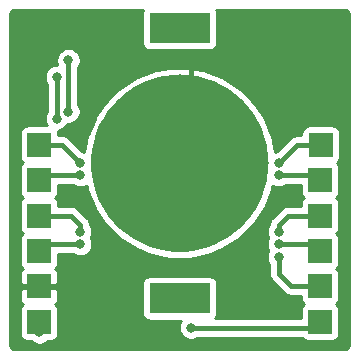
<source format=gbr>
G04 #@! TF.GenerationSoftware,KiCad,Pcbnew,5.1.4*
G04 #@! TF.CreationDate,2019-09-27T00:42:17+02:00*
G04 #@! TF.ProjectId,kroneum,6b726f6e-6575-46d2-9e6b-696361645f70,rev?*
G04 #@! TF.SameCoordinates,PX9527980PY7539c40*
G04 #@! TF.FileFunction,Copper,L2,Bot*
G04 #@! TF.FilePolarity,Positive*
%FSLAX46Y46*%
G04 Gerber Fmt 4.6, Leading zero omitted, Abs format (unit mm)*
G04 Created by KiCad (PCBNEW 5.1.4) date 2019-09-27 00:42:17*
%MOMM*%
%LPD*%
G04 APERTURE LIST*
G04 #@! TA.AperFunction,SMDPad,CuDef*
%ADD10R,2.000000X2.000000*%
G04 #@! TD*
G04 #@! TA.AperFunction,SMDPad,CuDef*
%ADD11R,5.100000X2.500000*%
G04 #@! TD*
G04 #@! TA.AperFunction,SMDPad,CuDef*
%ADD12C,15.000000*%
G04 #@! TD*
G04 #@! TA.AperFunction,Conductor*
%ADD13C,0.020000*%
G04 #@! TD*
G04 #@! TA.AperFunction,ViaPad*
%ADD14C,0.800000*%
G04 #@! TD*
G04 #@! TA.AperFunction,Conductor*
%ADD15C,0.406400*%
G04 #@! TD*
G04 #@! TA.AperFunction,Conductor*
%ADD16C,0.254000*%
G04 #@! TD*
G04 APERTURE END LIST*
D10*
G04 #@! TO.P,SCK,1*
G04 #@! TO.N,SCK*
X-3044000Y17920000D03*
G04 #@! TD*
G04 #@! TO.P,NSS,1*
G04 #@! TO.N,NSS*
X-3100000Y8920000D03*
G04 #@! TD*
G04 #@! TO.P,MOSI,1*
G04 #@! TO.N,MOSI*
X-3100000Y11920000D03*
G04 #@! TD*
G04 #@! TO.P,MISO,1*
G04 #@! TO.N,MISO*
X-3100000Y14920000D03*
G04 #@! TD*
G04 #@! TO.P,ADC3,1*
G04 #@! TO.N,ADC3*
X-3100000Y5920000D03*
G04 #@! TD*
G04 #@! TO.P,ADC1,1*
G04 #@! TO.N,ADC1*
X-3100000Y2920000D03*
G04 #@! TD*
G04 #@! TO.P,VDD,1*
G04 #@! TO.N,VDD*
X-26900000Y2920000D03*
G04 #@! TD*
G04 #@! TO.P,GND,1*
G04 #@! TO.N,GND*
X-26900000Y5920000D03*
G04 #@! TD*
G04 #@! TO.P,SWDIO,1*
G04 #@! TO.N,SWDIO*
X-26900000Y14920000D03*
G04 #@! TD*
G04 #@! TO.P,SWCLK,1*
G04 #@! TO.N,SWCLK*
X-26900000Y17920000D03*
G04 #@! TD*
G04 #@! TO.P,SCL,1*
G04 #@! TO.N,SCL*
X-26900000Y8920000D03*
G04 #@! TD*
G04 #@! TO.P,SDA,1*
G04 #@! TO.N,SDA*
X-26900000Y11920000D03*
G04 #@! TD*
D11*
G04 #@! TO.P,BT1,1*
G04 #@! TO.N,N/C*
X-15000000Y4900000D03*
G04 #@! TO.N,Net-(BT1-Pad1)*
X-15000000Y27800000D03*
D12*
G04 #@! TO.P,BT1,2*
G04 #@! TO.N,GND*
X-15000000Y16350000D03*
D13*
G04 #@! TD*
G04 #@! TO.N,GND*
G04 #@! TO.C,BT1*
G36*
X-22418824Y17450479D02*
G01*
X-22275234Y18172351D01*
X-22061580Y18876674D01*
X-21779920Y19556663D01*
X-21432965Y20205771D01*
X-21024056Y20817745D01*
X-20557133Y21386692D01*
X-20036692Y21907133D01*
X-19467745Y22374056D01*
X-18855771Y22782965D01*
X-18206663Y23129920D01*
X-17526674Y23411580D01*
X-16822351Y23625234D01*
X-16100479Y23768824D01*
X-15368008Y23840966D01*
X-14631992Y23840966D01*
X-13899521Y23768824D01*
X-13177649Y23625234D01*
X-12473326Y23411580D01*
X-11793337Y23129920D01*
X-11144229Y22782965D01*
X-10532255Y22374056D01*
X-9963308Y21907133D01*
X-9442867Y21386692D01*
X-8975944Y20817745D01*
X-8567035Y20205771D01*
X-8220080Y19556663D01*
X-7938420Y18876674D01*
X-7724766Y18172351D01*
X-7581176Y17450479D01*
X-7509034Y16718008D01*
X-7509034Y15981992D01*
X-7581176Y15249521D01*
X-7724766Y14527649D01*
X-7938420Y13823326D01*
X-8220080Y13143337D01*
X-8567035Y12494229D01*
X-8975944Y11882255D01*
X-9442867Y11313308D01*
X-9963308Y10792867D01*
X-10532255Y10325944D01*
X-11144229Y9917035D01*
X-11793337Y9570080D01*
X-12473326Y9288420D01*
X-13177649Y9074766D01*
X-13899521Y8931176D01*
X-14631992Y8859034D01*
X-15368008Y8859034D01*
X-16100479Y8931176D01*
X-16822351Y9074766D01*
X-17526674Y9288420D01*
X-18206663Y9570080D01*
X-18855771Y9917035D01*
X-19467745Y10325944D01*
X-20036692Y10792867D01*
X-20557133Y11313308D01*
X-21024056Y11882255D01*
X-21432965Y12494229D01*
X-21779920Y13143337D01*
X-22061580Y13823326D01*
X-22275234Y14527649D01*
X-22418824Y15249521D01*
X-22490966Y15981992D01*
X-22490966Y16718008D01*
X-22418824Y17450479D01*
X-22418824Y17450479D01*
G37*
D14*
G04 #@! TO.N,GND*
X-28900000Y7770000D03*
X-14015000Y25255000D03*
G04 #@! TO.N,VDD*
X-26860000Y2020000D03*
G04 #@! TO.N,USB_D-*
X-24400000Y25080000D03*
X-24400000Y20710000D03*
G04 #@! TO.N,USB_D+*
X-25400000Y23660000D03*
X-25400000Y20130000D03*
G04 #@! TO.N,Net-(BT1-Pad1)*
X-15640000Y27410000D03*
G04 #@! TO.N,SWDIO*
X-23400000Y15320000D03*
G04 #@! TO.N,SWCLK*
X-23400000Y16350000D03*
G04 #@! TO.N,SDA*
X-23400000Y10560000D03*
G04 #@! TO.N,SCL*
X-23400000Y9490000D03*
G04 #@! TO.N,ADC1*
X-14025000Y2420000D03*
G04 #@! TO.N,ADC3*
X-6600000Y8420000D03*
G04 #@! TO.N,MISO*
X-6600000Y15320000D03*
G04 #@! TO.N,MOSI*
X-6600000Y10560000D03*
G04 #@! TO.N,NSS*
X-6600000Y9490000D03*
G04 #@! TO.N,SCK*
X-6600000Y16350000D03*
G04 #@! TD*
D15*
G04 #@! TO.N,GND*
X-12318085Y12357400D02*
X-11752400Y12357400D01*
X-12641400Y12357400D02*
X-12318085Y12357400D01*
X-12368881Y10757200D02*
X-11803196Y10757200D01*
X-12539800Y10757200D02*
X-12368881Y10757200D01*
X-14015000Y17335000D02*
X-15000000Y16350000D01*
X-14015000Y25255000D02*
X-14015000Y17335000D01*
G04 #@! TO.N,USB_D-*
X-24400000Y20750000D02*
X-24360000Y20710000D01*
X-24400000Y25080000D02*
X-24400000Y20750000D01*
G04 #@! TO.N,USB_D+*
X-25400000Y23660000D02*
X-25400000Y20210000D01*
X-25400000Y20210000D02*
X-25320000Y20130000D01*
G04 #@! TO.N,SWDIO*
X-26500000Y15320000D02*
X-26900000Y14920000D01*
X-23400000Y15320000D02*
X-26500000Y15320000D01*
G04 #@! TO.N,SWCLK*
X-24970000Y17920000D02*
X-26900000Y17920000D01*
X-23400000Y16350000D02*
X-24970000Y17920000D01*
G04 #@! TO.N,SDA*
X-25493600Y11920000D02*
X-26900000Y11920000D01*
X-24194315Y11920000D02*
X-25493600Y11920000D01*
X-23400000Y11125685D02*
X-24194315Y11920000D01*
X-23400000Y10560000D02*
X-23400000Y11125685D01*
G04 #@! TO.N,SCL*
X-26330000Y9490000D02*
X-26900000Y8920000D01*
X-23400000Y9490000D02*
X-26330000Y9490000D01*
G04 #@! TO.N,ADC1*
X-3600000Y2420000D02*
X-3100000Y2920000D01*
X-13990000Y2420000D02*
X-3600000Y2420000D01*
G04 #@! TO.N,ADC3*
X-6600000Y7000000D02*
X-6600000Y8420000D01*
X-3100000Y5920000D02*
X-5520000Y5920000D01*
X-5520000Y5920000D02*
X-6600000Y7000000D01*
G04 #@! TO.N,MISO*
X-3500000Y15320000D02*
X-3100000Y14920000D01*
X-6600000Y15320000D02*
X-3500000Y15320000D01*
G04 #@! TO.N,MOSI*
X-6600000Y11120000D02*
X-6600000Y10560000D01*
X-3100000Y11920000D02*
X-5800000Y11920000D01*
X-5800000Y11920000D02*
X-6600000Y11120000D01*
G04 #@! TO.N,NSS*
X-3670000Y9490000D02*
X-3100000Y8920000D01*
X-6600000Y9490000D02*
X-3670000Y9490000D01*
G04 #@! TO.N,SCK*
X-6600000Y16350000D02*
X-5030000Y17920000D01*
X-5030000Y17920000D02*
X-3044000Y17920000D01*
G04 #@! TD*
D16*
G04 #@! TO.N,GND*
G36*
X-18132075Y29291103D02*
G01*
X-18167927Y29172913D01*
X-18180033Y29050000D01*
X-18180033Y26550000D01*
X-18167927Y26427087D01*
X-18132075Y26308897D01*
X-18073853Y26199972D01*
X-17995501Y26104499D01*
X-17900028Y26026147D01*
X-17791103Y25967925D01*
X-17672913Y25932073D01*
X-17550000Y25919967D01*
X-12450000Y25919967D01*
X-12327087Y25932073D01*
X-12208897Y25967925D01*
X-12099972Y26026147D01*
X-12004499Y26104499D01*
X-11926147Y26199972D01*
X-11867925Y26308897D01*
X-11832073Y26427087D01*
X-11819967Y26550000D01*
X-11819967Y29050000D01*
X-11832073Y29172913D01*
X-11867925Y29291103D01*
X-11882302Y29318000D01*
X-1031887Y29318000D01*
X-933012Y29308305D01*
X-868581Y29288852D01*
X-809150Y29257252D01*
X-756989Y29214711D01*
X-714087Y29162851D01*
X-682075Y29103645D01*
X-662170Y29039344D01*
X-652000Y28942583D01*
X-651999Y1001896D01*
X-661695Y903014D01*
X-681148Y838580D01*
X-712748Y779150D01*
X-755287Y726991D01*
X-807151Y684085D01*
X-866352Y652076D01*
X-930656Y632170D01*
X-1027417Y622000D01*
X-28968114Y622000D01*
X-29066986Y631695D01*
X-29131420Y651148D01*
X-29190850Y682748D01*
X-29243009Y725287D01*
X-29285915Y777151D01*
X-29317924Y836352D01*
X-29337830Y900656D01*
X-29348000Y997417D01*
X-29348000Y4920000D01*
X-28538072Y4920000D01*
X-28525812Y4795518D01*
X-28489502Y4675820D01*
X-28430537Y4565506D01*
X-28351185Y4468815D01*
X-28285398Y4414826D01*
X-28345501Y4365501D01*
X-28423853Y4270028D01*
X-28482075Y4161103D01*
X-28517927Y4042913D01*
X-28530033Y3920000D01*
X-28530033Y1920000D01*
X-28517927Y1797087D01*
X-28482075Y1678897D01*
X-28423853Y1569972D01*
X-28345501Y1474499D01*
X-28250028Y1396147D01*
X-28141103Y1337925D01*
X-28022913Y1302073D01*
X-27900000Y1289967D01*
X-27582364Y1289967D01*
X-27514674Y1222277D01*
X-27346467Y1109885D01*
X-27159565Y1032467D01*
X-26961151Y993000D01*
X-26758849Y993000D01*
X-26560435Y1032467D01*
X-26373533Y1109885D01*
X-26205326Y1222277D01*
X-26137636Y1289967D01*
X-25900000Y1289967D01*
X-25777087Y1302073D01*
X-25658897Y1337925D01*
X-25549972Y1396147D01*
X-25454499Y1474499D01*
X-25376147Y1569972D01*
X-25317925Y1678897D01*
X-25282073Y1797087D01*
X-25269967Y1920000D01*
X-25269967Y3920000D01*
X-25282073Y4042913D01*
X-25317925Y4161103D01*
X-25376147Y4270028D01*
X-25454499Y4365501D01*
X-25514602Y4414826D01*
X-25448815Y4468815D01*
X-25369463Y4565506D01*
X-25310498Y4675820D01*
X-25274188Y4795518D01*
X-25261928Y4920000D01*
X-25265000Y5634250D01*
X-25423750Y5793000D01*
X-26773000Y5793000D01*
X-26773000Y5773000D01*
X-27027000Y5773000D01*
X-27027000Y5793000D01*
X-28376250Y5793000D01*
X-28535000Y5634250D01*
X-28538072Y4920000D01*
X-29348000Y4920000D01*
X-29348000Y6920000D01*
X-28538072Y6920000D01*
X-28535000Y6205750D01*
X-28376250Y6047000D01*
X-27027000Y6047000D01*
X-27027000Y6067000D01*
X-26773000Y6067000D01*
X-26773000Y6047000D01*
X-25423750Y6047000D01*
X-25265000Y6205750D01*
X-25261928Y6920000D01*
X-25274188Y7044482D01*
X-25310498Y7164180D01*
X-25369463Y7274494D01*
X-25448815Y7371185D01*
X-25514602Y7425174D01*
X-25454499Y7474499D01*
X-25376147Y7569972D01*
X-25317925Y7678897D01*
X-25282073Y7797087D01*
X-25269967Y7920000D01*
X-25269967Y8659800D01*
X-24006069Y8659800D01*
X-23886467Y8579885D01*
X-23699565Y8502467D01*
X-23501151Y8463000D01*
X-23298849Y8463000D01*
X-23100435Y8502467D01*
X-22913533Y8579885D01*
X-22745326Y8692277D01*
X-22602277Y8835326D01*
X-22489885Y9003533D01*
X-22412467Y9190435D01*
X-22373000Y9388849D01*
X-22373000Y9591151D01*
X-22412467Y9789565D01*
X-22489885Y9976467D01*
X-22522314Y10025000D01*
X-22489885Y10073533D01*
X-22412467Y10260435D01*
X-22373000Y10458849D01*
X-22373000Y10661151D01*
X-22412467Y10859565D01*
X-22489885Y11046467D01*
X-22569755Y11166001D01*
X-22574549Y11214674D01*
X-22581813Y11288432D01*
X-22629285Y11444926D01*
X-22642749Y11470115D01*
X-22706375Y11589152D01*
X-22784127Y11683893D01*
X-22784130Y11683896D01*
X-22810120Y11715565D01*
X-22841789Y11741555D01*
X-23578441Y12478206D01*
X-23604435Y12509880D01*
X-23730849Y12613625D01*
X-23875074Y12690715D01*
X-24031568Y12738187D01*
X-24153539Y12750200D01*
X-24153542Y12750200D01*
X-24194315Y12754216D01*
X-24235088Y12750200D01*
X-25269967Y12750200D01*
X-25269967Y12920000D01*
X-25282073Y13042913D01*
X-25317925Y13161103D01*
X-25376147Y13270028D01*
X-25454499Y13365501D01*
X-25520907Y13420000D01*
X-25454499Y13474499D01*
X-25376147Y13569972D01*
X-25317925Y13678897D01*
X-25282073Y13797087D01*
X-25269967Y13920000D01*
X-25269967Y14489800D01*
X-24006069Y14489800D01*
X-23886467Y14409885D01*
X-23699565Y14332467D01*
X-23501151Y14293000D01*
X-23298849Y14293000D01*
X-23100435Y14332467D01*
X-22913533Y14409885D01*
X-22872085Y14437580D01*
X-22794981Y14049952D01*
X-22759128Y13931761D01*
X-22196484Y12573420D01*
X-22138263Y12464496D01*
X-21321432Y11242022D01*
X-21243079Y11146549D01*
X-20203451Y10106921D01*
X-20107978Y10028568D01*
X-18885504Y9211737D01*
X-18776580Y9153516D01*
X-17418239Y8590872D01*
X-17300048Y8555019D01*
X-15858042Y8268187D01*
X-15735129Y8256081D01*
X-14264871Y8256081D01*
X-14141958Y8268187D01*
X-12699952Y8555019D01*
X-12581761Y8590872D01*
X-11223420Y9153516D01*
X-11114496Y9211737D01*
X-9892022Y10028568D01*
X-9796549Y10106921D01*
X-8756921Y11146549D01*
X-8678568Y11242022D01*
X-7861737Y12464496D01*
X-7803516Y12573420D01*
X-7240872Y13931761D01*
X-7205019Y14049952D01*
X-7127915Y14437580D01*
X-7086467Y14409885D01*
X-6899565Y14332467D01*
X-6701151Y14293000D01*
X-6498849Y14293000D01*
X-6300435Y14332467D01*
X-6113533Y14409885D01*
X-5993931Y14489800D01*
X-4730033Y14489800D01*
X-4730033Y13920000D01*
X-4717927Y13797087D01*
X-4682075Y13678897D01*
X-4623853Y13569972D01*
X-4545501Y13474499D01*
X-4479093Y13420000D01*
X-4545501Y13365501D01*
X-4623853Y13270028D01*
X-4682075Y13161103D01*
X-4717927Y13042913D01*
X-4730033Y12920000D01*
X-4730033Y12750200D01*
X-5759227Y12750200D01*
X-5800000Y12754216D01*
X-5840773Y12750200D01*
X-5840776Y12750200D01*
X-5962747Y12738187D01*
X-6119241Y12690715D01*
X-6263466Y12613625D01*
X-6389880Y12509880D01*
X-6415875Y12478205D01*
X-7158205Y11735875D01*
X-7189880Y11709880D01*
X-7215873Y11678207D01*
X-7293625Y11583466D01*
X-7312831Y11547533D01*
X-7370715Y11439240D01*
X-7418187Y11282746D01*
X-7424891Y11214674D01*
X-7429588Y11166984D01*
X-7510115Y11046467D01*
X-7587533Y10859565D01*
X-7627000Y10661151D01*
X-7627000Y10458849D01*
X-7587533Y10260435D01*
X-7510115Y10073533D01*
X-7477686Y10025000D01*
X-7510115Y9976467D01*
X-7587533Y9789565D01*
X-7627000Y9591151D01*
X-7627000Y9388849D01*
X-7587533Y9190435D01*
X-7510115Y9003533D01*
X-7477686Y8955000D01*
X-7510115Y8906467D01*
X-7587533Y8719565D01*
X-7627000Y8521151D01*
X-7627000Y8318849D01*
X-7587533Y8120435D01*
X-7510115Y7933533D01*
X-7430199Y7813931D01*
X-7430200Y7040773D01*
X-7434216Y7000000D01*
X-7430200Y6959227D01*
X-7430200Y6959225D01*
X-7418187Y6837254D01*
X-7391779Y6750200D01*
X-7370715Y6680760D01*
X-7293625Y6536534D01*
X-7263665Y6500028D01*
X-7189880Y6410120D01*
X-7158205Y6384125D01*
X-6135875Y5361795D01*
X-6109880Y5330120D01*
X-6078207Y5304127D01*
X-5983466Y5226375D01*
X-5839241Y5149285D01*
X-5682747Y5101813D01*
X-5520000Y5085784D01*
X-5479224Y5089800D01*
X-4730033Y5089800D01*
X-4730033Y4920000D01*
X-4717927Y4797087D01*
X-4682075Y4678897D01*
X-4623853Y4569972D01*
X-4545501Y4474499D01*
X-4479093Y4420000D01*
X-4545501Y4365501D01*
X-4623853Y4270028D01*
X-4682075Y4161103D01*
X-4717927Y4042913D01*
X-4730033Y3920000D01*
X-4730033Y3250200D01*
X-11966993Y3250200D01*
X-11926147Y3299972D01*
X-11867925Y3408897D01*
X-11832073Y3527087D01*
X-11819967Y3650000D01*
X-11819967Y6150000D01*
X-11832073Y6272913D01*
X-11867925Y6391103D01*
X-11926147Y6500028D01*
X-12004499Y6595501D01*
X-12099972Y6673853D01*
X-12208897Y6732075D01*
X-12327087Y6767927D01*
X-12450000Y6780033D01*
X-17550000Y6780033D01*
X-17672913Y6767927D01*
X-17791103Y6732075D01*
X-17900028Y6673853D01*
X-17995501Y6595501D01*
X-18073853Y6500028D01*
X-18132075Y6391103D01*
X-18167927Y6272913D01*
X-18180033Y6150000D01*
X-18180033Y3650000D01*
X-18167927Y3527087D01*
X-18132075Y3408897D01*
X-18073853Y3299972D01*
X-17995501Y3204499D01*
X-17900028Y3126147D01*
X-17791103Y3067925D01*
X-17672913Y3032073D01*
X-17550000Y3019967D01*
X-14859277Y3019967D01*
X-14935115Y2906467D01*
X-15012533Y2719565D01*
X-15052000Y2521151D01*
X-15052000Y2318849D01*
X-15012533Y2120435D01*
X-14935115Y1933533D01*
X-14822723Y1765326D01*
X-14679674Y1622277D01*
X-14511467Y1509885D01*
X-14324565Y1432467D01*
X-14126151Y1393000D01*
X-13923849Y1393000D01*
X-13725435Y1432467D01*
X-13538533Y1509885D01*
X-13418931Y1589800D01*
X-4634451Y1589800D01*
X-4623853Y1569972D01*
X-4545501Y1474499D01*
X-4450028Y1396147D01*
X-4341103Y1337925D01*
X-4222913Y1302073D01*
X-4100000Y1289967D01*
X-2100000Y1289967D01*
X-1977087Y1302073D01*
X-1858897Y1337925D01*
X-1749972Y1396147D01*
X-1654499Y1474499D01*
X-1576147Y1569972D01*
X-1517925Y1678897D01*
X-1482073Y1797087D01*
X-1469967Y1920000D01*
X-1469967Y3920000D01*
X-1482073Y4042913D01*
X-1517925Y4161103D01*
X-1576147Y4270028D01*
X-1654499Y4365501D01*
X-1720907Y4420000D01*
X-1654499Y4474499D01*
X-1576147Y4569972D01*
X-1517925Y4678897D01*
X-1482073Y4797087D01*
X-1469967Y4920000D01*
X-1469967Y6920000D01*
X-1482073Y7042913D01*
X-1517925Y7161103D01*
X-1576147Y7270028D01*
X-1654499Y7365501D01*
X-1720907Y7420000D01*
X-1654499Y7474499D01*
X-1576147Y7569972D01*
X-1517925Y7678897D01*
X-1482073Y7797087D01*
X-1469967Y7920000D01*
X-1469967Y9920000D01*
X-1482073Y10042913D01*
X-1517925Y10161103D01*
X-1576147Y10270028D01*
X-1654499Y10365501D01*
X-1720907Y10420000D01*
X-1654499Y10474499D01*
X-1576147Y10569972D01*
X-1517925Y10678897D01*
X-1482073Y10797087D01*
X-1469967Y10920000D01*
X-1469967Y12920000D01*
X-1482073Y13042913D01*
X-1517925Y13161103D01*
X-1576147Y13270028D01*
X-1654499Y13365501D01*
X-1720907Y13420000D01*
X-1654499Y13474499D01*
X-1576147Y13569972D01*
X-1517925Y13678897D01*
X-1482073Y13797087D01*
X-1469967Y13920000D01*
X-1469967Y15920000D01*
X-1482073Y16042913D01*
X-1517925Y16161103D01*
X-1576147Y16270028D01*
X-1654499Y16365501D01*
X-1692907Y16397021D01*
X-1598499Y16474499D01*
X-1520147Y16569972D01*
X-1461925Y16678897D01*
X-1426073Y16797087D01*
X-1413967Y16920000D01*
X-1413967Y18920000D01*
X-1426073Y19042913D01*
X-1461925Y19161103D01*
X-1520147Y19270028D01*
X-1598499Y19365501D01*
X-1693972Y19443853D01*
X-1802897Y19502075D01*
X-1921087Y19537927D01*
X-2044000Y19550033D01*
X-4044000Y19550033D01*
X-4166913Y19537927D01*
X-4285103Y19502075D01*
X-4394028Y19443853D01*
X-4489501Y19365501D01*
X-4567853Y19270028D01*
X-4626075Y19161103D01*
X-4661927Y19042913D01*
X-4674033Y18920000D01*
X-4674033Y18750200D01*
X-4989228Y18750200D01*
X-5030001Y18754216D01*
X-5070774Y18750200D01*
X-5070776Y18750200D01*
X-5192747Y18738187D01*
X-5349241Y18690715D01*
X-5493466Y18613625D01*
X-5619880Y18509880D01*
X-5645875Y18478205D01*
X-6758484Y17365596D01*
X-6899565Y17337533D01*
X-6940566Y17320550D01*
X-7205019Y18650048D01*
X-7240872Y18768239D01*
X-7803516Y20126580D01*
X-7861737Y20235504D01*
X-8678568Y21457978D01*
X-8756921Y21553451D01*
X-9796549Y22593079D01*
X-9892022Y22671432D01*
X-11114496Y23488263D01*
X-11223420Y23546484D01*
X-12581761Y24109128D01*
X-12699952Y24144981D01*
X-14141958Y24431813D01*
X-14264871Y24443919D01*
X-15735129Y24443919D01*
X-15858042Y24431813D01*
X-17300048Y24144981D01*
X-17418239Y24109128D01*
X-18776580Y23546484D01*
X-18885504Y23488263D01*
X-20107978Y22671432D01*
X-20203451Y22593079D01*
X-21243079Y21553451D01*
X-21321432Y21457978D01*
X-22138263Y20235504D01*
X-22196484Y20126580D01*
X-22759128Y18768239D01*
X-22794981Y18650048D01*
X-23059434Y17320550D01*
X-23100435Y17337533D01*
X-23241516Y17365596D01*
X-24354125Y18478205D01*
X-24380120Y18509880D01*
X-24506534Y18613625D01*
X-24650759Y18690715D01*
X-24807253Y18738187D01*
X-24929224Y18750200D01*
X-24929227Y18750200D01*
X-24970000Y18754216D01*
X-25010773Y18750200D01*
X-25269967Y18750200D01*
X-25269967Y18920000D01*
X-25282073Y19042913D01*
X-25300300Y19103000D01*
X-25298849Y19103000D01*
X-25100435Y19142467D01*
X-24913533Y19219885D01*
X-24745326Y19332277D01*
X-24602277Y19475326D01*
X-24489885Y19643533D01*
X-24473537Y19683000D01*
X-24298849Y19683000D01*
X-24100435Y19722467D01*
X-23913533Y19799885D01*
X-23745326Y19912277D01*
X-23602277Y20055326D01*
X-23489885Y20223533D01*
X-23412467Y20410435D01*
X-23373000Y20608849D01*
X-23373000Y20811151D01*
X-23412467Y21009565D01*
X-23489885Y21196467D01*
X-23569800Y21316069D01*
X-23569800Y24473931D01*
X-23489885Y24593533D01*
X-23412467Y24780435D01*
X-23373000Y24978849D01*
X-23373000Y25181151D01*
X-23412467Y25379565D01*
X-23489885Y25566467D01*
X-23602277Y25734674D01*
X-23745326Y25877723D01*
X-23913533Y25990115D01*
X-24100435Y26067533D01*
X-24298849Y26107000D01*
X-24501151Y26107000D01*
X-24699565Y26067533D01*
X-24886467Y25990115D01*
X-25054674Y25877723D01*
X-25197723Y25734674D01*
X-25310115Y25566467D01*
X-25387533Y25379565D01*
X-25427000Y25181151D01*
X-25427000Y24978849D01*
X-25387533Y24780435D01*
X-25348831Y24687000D01*
X-25501151Y24687000D01*
X-25699565Y24647533D01*
X-25886467Y24570115D01*
X-26054674Y24457723D01*
X-26197723Y24314674D01*
X-26310115Y24146467D01*
X-26387533Y23959565D01*
X-26427000Y23761151D01*
X-26427000Y23558849D01*
X-26387533Y23360435D01*
X-26310115Y23173533D01*
X-26230200Y23053931D01*
X-26230199Y20736070D01*
X-26310115Y20616467D01*
X-26387533Y20429565D01*
X-26427000Y20231151D01*
X-26427000Y20028849D01*
X-26387533Y19830435D01*
X-26310115Y19643533D01*
X-26247640Y19550033D01*
X-27900000Y19550033D01*
X-28022913Y19537927D01*
X-28141103Y19502075D01*
X-28250028Y19443853D01*
X-28345501Y19365501D01*
X-28423853Y19270028D01*
X-28482075Y19161103D01*
X-28517927Y19042913D01*
X-28530033Y18920000D01*
X-28530033Y16920000D01*
X-28517927Y16797087D01*
X-28482075Y16678897D01*
X-28423853Y16569972D01*
X-28345501Y16474499D01*
X-28279093Y16420000D01*
X-28345501Y16365501D01*
X-28423853Y16270028D01*
X-28482075Y16161103D01*
X-28517927Y16042913D01*
X-28530033Y15920000D01*
X-28530033Y13920000D01*
X-28517927Y13797087D01*
X-28482075Y13678897D01*
X-28423853Y13569972D01*
X-28345501Y13474499D01*
X-28279093Y13420000D01*
X-28345501Y13365501D01*
X-28423853Y13270028D01*
X-28482075Y13161103D01*
X-28517927Y13042913D01*
X-28530033Y12920000D01*
X-28530033Y10920000D01*
X-28517927Y10797087D01*
X-28482075Y10678897D01*
X-28423853Y10569972D01*
X-28345501Y10474499D01*
X-28279093Y10420000D01*
X-28345501Y10365501D01*
X-28423853Y10270028D01*
X-28482075Y10161103D01*
X-28517927Y10042913D01*
X-28530033Y9920000D01*
X-28530033Y7920000D01*
X-28517927Y7797087D01*
X-28482075Y7678897D01*
X-28423853Y7569972D01*
X-28345501Y7474499D01*
X-28285398Y7425174D01*
X-28351185Y7371185D01*
X-28430537Y7274494D01*
X-28489502Y7164180D01*
X-28525812Y7044482D01*
X-28538072Y6920000D01*
X-29348000Y6920000D01*
X-29348000Y28938113D01*
X-29338305Y29036988D01*
X-29318852Y29101419D01*
X-29287252Y29160850D01*
X-29244711Y29213011D01*
X-29192851Y29255913D01*
X-29133645Y29287925D01*
X-29069344Y29307830D01*
X-28972583Y29318000D01*
X-18117698Y29318000D01*
X-18132075Y29291103D01*
X-18132075Y29291103D01*
G37*
X-18132075Y29291103D02*
X-18167927Y29172913D01*
X-18180033Y29050000D01*
X-18180033Y26550000D01*
X-18167927Y26427087D01*
X-18132075Y26308897D01*
X-18073853Y26199972D01*
X-17995501Y26104499D01*
X-17900028Y26026147D01*
X-17791103Y25967925D01*
X-17672913Y25932073D01*
X-17550000Y25919967D01*
X-12450000Y25919967D01*
X-12327087Y25932073D01*
X-12208897Y25967925D01*
X-12099972Y26026147D01*
X-12004499Y26104499D01*
X-11926147Y26199972D01*
X-11867925Y26308897D01*
X-11832073Y26427087D01*
X-11819967Y26550000D01*
X-11819967Y29050000D01*
X-11832073Y29172913D01*
X-11867925Y29291103D01*
X-11882302Y29318000D01*
X-1031887Y29318000D01*
X-933012Y29308305D01*
X-868581Y29288852D01*
X-809150Y29257252D01*
X-756989Y29214711D01*
X-714087Y29162851D01*
X-682075Y29103645D01*
X-662170Y29039344D01*
X-652000Y28942583D01*
X-651999Y1001896D01*
X-661695Y903014D01*
X-681148Y838580D01*
X-712748Y779150D01*
X-755287Y726991D01*
X-807151Y684085D01*
X-866352Y652076D01*
X-930656Y632170D01*
X-1027417Y622000D01*
X-28968114Y622000D01*
X-29066986Y631695D01*
X-29131420Y651148D01*
X-29190850Y682748D01*
X-29243009Y725287D01*
X-29285915Y777151D01*
X-29317924Y836352D01*
X-29337830Y900656D01*
X-29348000Y997417D01*
X-29348000Y4920000D01*
X-28538072Y4920000D01*
X-28525812Y4795518D01*
X-28489502Y4675820D01*
X-28430537Y4565506D01*
X-28351185Y4468815D01*
X-28285398Y4414826D01*
X-28345501Y4365501D01*
X-28423853Y4270028D01*
X-28482075Y4161103D01*
X-28517927Y4042913D01*
X-28530033Y3920000D01*
X-28530033Y1920000D01*
X-28517927Y1797087D01*
X-28482075Y1678897D01*
X-28423853Y1569972D01*
X-28345501Y1474499D01*
X-28250028Y1396147D01*
X-28141103Y1337925D01*
X-28022913Y1302073D01*
X-27900000Y1289967D01*
X-27582364Y1289967D01*
X-27514674Y1222277D01*
X-27346467Y1109885D01*
X-27159565Y1032467D01*
X-26961151Y993000D01*
X-26758849Y993000D01*
X-26560435Y1032467D01*
X-26373533Y1109885D01*
X-26205326Y1222277D01*
X-26137636Y1289967D01*
X-25900000Y1289967D01*
X-25777087Y1302073D01*
X-25658897Y1337925D01*
X-25549972Y1396147D01*
X-25454499Y1474499D01*
X-25376147Y1569972D01*
X-25317925Y1678897D01*
X-25282073Y1797087D01*
X-25269967Y1920000D01*
X-25269967Y3920000D01*
X-25282073Y4042913D01*
X-25317925Y4161103D01*
X-25376147Y4270028D01*
X-25454499Y4365501D01*
X-25514602Y4414826D01*
X-25448815Y4468815D01*
X-25369463Y4565506D01*
X-25310498Y4675820D01*
X-25274188Y4795518D01*
X-25261928Y4920000D01*
X-25265000Y5634250D01*
X-25423750Y5793000D01*
X-26773000Y5793000D01*
X-26773000Y5773000D01*
X-27027000Y5773000D01*
X-27027000Y5793000D01*
X-28376250Y5793000D01*
X-28535000Y5634250D01*
X-28538072Y4920000D01*
X-29348000Y4920000D01*
X-29348000Y6920000D01*
X-28538072Y6920000D01*
X-28535000Y6205750D01*
X-28376250Y6047000D01*
X-27027000Y6047000D01*
X-27027000Y6067000D01*
X-26773000Y6067000D01*
X-26773000Y6047000D01*
X-25423750Y6047000D01*
X-25265000Y6205750D01*
X-25261928Y6920000D01*
X-25274188Y7044482D01*
X-25310498Y7164180D01*
X-25369463Y7274494D01*
X-25448815Y7371185D01*
X-25514602Y7425174D01*
X-25454499Y7474499D01*
X-25376147Y7569972D01*
X-25317925Y7678897D01*
X-25282073Y7797087D01*
X-25269967Y7920000D01*
X-25269967Y8659800D01*
X-24006069Y8659800D01*
X-23886467Y8579885D01*
X-23699565Y8502467D01*
X-23501151Y8463000D01*
X-23298849Y8463000D01*
X-23100435Y8502467D01*
X-22913533Y8579885D01*
X-22745326Y8692277D01*
X-22602277Y8835326D01*
X-22489885Y9003533D01*
X-22412467Y9190435D01*
X-22373000Y9388849D01*
X-22373000Y9591151D01*
X-22412467Y9789565D01*
X-22489885Y9976467D01*
X-22522314Y10025000D01*
X-22489885Y10073533D01*
X-22412467Y10260435D01*
X-22373000Y10458849D01*
X-22373000Y10661151D01*
X-22412467Y10859565D01*
X-22489885Y11046467D01*
X-22569755Y11166001D01*
X-22574549Y11214674D01*
X-22581813Y11288432D01*
X-22629285Y11444926D01*
X-22642749Y11470115D01*
X-22706375Y11589152D01*
X-22784127Y11683893D01*
X-22784130Y11683896D01*
X-22810120Y11715565D01*
X-22841789Y11741555D01*
X-23578441Y12478206D01*
X-23604435Y12509880D01*
X-23730849Y12613625D01*
X-23875074Y12690715D01*
X-24031568Y12738187D01*
X-24153539Y12750200D01*
X-24153542Y12750200D01*
X-24194315Y12754216D01*
X-24235088Y12750200D01*
X-25269967Y12750200D01*
X-25269967Y12920000D01*
X-25282073Y13042913D01*
X-25317925Y13161103D01*
X-25376147Y13270028D01*
X-25454499Y13365501D01*
X-25520907Y13420000D01*
X-25454499Y13474499D01*
X-25376147Y13569972D01*
X-25317925Y13678897D01*
X-25282073Y13797087D01*
X-25269967Y13920000D01*
X-25269967Y14489800D01*
X-24006069Y14489800D01*
X-23886467Y14409885D01*
X-23699565Y14332467D01*
X-23501151Y14293000D01*
X-23298849Y14293000D01*
X-23100435Y14332467D01*
X-22913533Y14409885D01*
X-22872085Y14437580D01*
X-22794981Y14049952D01*
X-22759128Y13931761D01*
X-22196484Y12573420D01*
X-22138263Y12464496D01*
X-21321432Y11242022D01*
X-21243079Y11146549D01*
X-20203451Y10106921D01*
X-20107978Y10028568D01*
X-18885504Y9211737D01*
X-18776580Y9153516D01*
X-17418239Y8590872D01*
X-17300048Y8555019D01*
X-15858042Y8268187D01*
X-15735129Y8256081D01*
X-14264871Y8256081D01*
X-14141958Y8268187D01*
X-12699952Y8555019D01*
X-12581761Y8590872D01*
X-11223420Y9153516D01*
X-11114496Y9211737D01*
X-9892022Y10028568D01*
X-9796549Y10106921D01*
X-8756921Y11146549D01*
X-8678568Y11242022D01*
X-7861737Y12464496D01*
X-7803516Y12573420D01*
X-7240872Y13931761D01*
X-7205019Y14049952D01*
X-7127915Y14437580D01*
X-7086467Y14409885D01*
X-6899565Y14332467D01*
X-6701151Y14293000D01*
X-6498849Y14293000D01*
X-6300435Y14332467D01*
X-6113533Y14409885D01*
X-5993931Y14489800D01*
X-4730033Y14489800D01*
X-4730033Y13920000D01*
X-4717927Y13797087D01*
X-4682075Y13678897D01*
X-4623853Y13569972D01*
X-4545501Y13474499D01*
X-4479093Y13420000D01*
X-4545501Y13365501D01*
X-4623853Y13270028D01*
X-4682075Y13161103D01*
X-4717927Y13042913D01*
X-4730033Y12920000D01*
X-4730033Y12750200D01*
X-5759227Y12750200D01*
X-5800000Y12754216D01*
X-5840773Y12750200D01*
X-5840776Y12750200D01*
X-5962747Y12738187D01*
X-6119241Y12690715D01*
X-6263466Y12613625D01*
X-6389880Y12509880D01*
X-6415875Y12478205D01*
X-7158205Y11735875D01*
X-7189880Y11709880D01*
X-7215873Y11678207D01*
X-7293625Y11583466D01*
X-7312831Y11547533D01*
X-7370715Y11439240D01*
X-7418187Y11282746D01*
X-7424891Y11214674D01*
X-7429588Y11166984D01*
X-7510115Y11046467D01*
X-7587533Y10859565D01*
X-7627000Y10661151D01*
X-7627000Y10458849D01*
X-7587533Y10260435D01*
X-7510115Y10073533D01*
X-7477686Y10025000D01*
X-7510115Y9976467D01*
X-7587533Y9789565D01*
X-7627000Y9591151D01*
X-7627000Y9388849D01*
X-7587533Y9190435D01*
X-7510115Y9003533D01*
X-7477686Y8955000D01*
X-7510115Y8906467D01*
X-7587533Y8719565D01*
X-7627000Y8521151D01*
X-7627000Y8318849D01*
X-7587533Y8120435D01*
X-7510115Y7933533D01*
X-7430199Y7813931D01*
X-7430200Y7040773D01*
X-7434216Y7000000D01*
X-7430200Y6959227D01*
X-7430200Y6959225D01*
X-7418187Y6837254D01*
X-7391779Y6750200D01*
X-7370715Y6680760D01*
X-7293625Y6536534D01*
X-7263665Y6500028D01*
X-7189880Y6410120D01*
X-7158205Y6384125D01*
X-6135875Y5361795D01*
X-6109880Y5330120D01*
X-6078207Y5304127D01*
X-5983466Y5226375D01*
X-5839241Y5149285D01*
X-5682747Y5101813D01*
X-5520000Y5085784D01*
X-5479224Y5089800D01*
X-4730033Y5089800D01*
X-4730033Y4920000D01*
X-4717927Y4797087D01*
X-4682075Y4678897D01*
X-4623853Y4569972D01*
X-4545501Y4474499D01*
X-4479093Y4420000D01*
X-4545501Y4365501D01*
X-4623853Y4270028D01*
X-4682075Y4161103D01*
X-4717927Y4042913D01*
X-4730033Y3920000D01*
X-4730033Y3250200D01*
X-11966993Y3250200D01*
X-11926147Y3299972D01*
X-11867925Y3408897D01*
X-11832073Y3527087D01*
X-11819967Y3650000D01*
X-11819967Y6150000D01*
X-11832073Y6272913D01*
X-11867925Y6391103D01*
X-11926147Y6500028D01*
X-12004499Y6595501D01*
X-12099972Y6673853D01*
X-12208897Y6732075D01*
X-12327087Y6767927D01*
X-12450000Y6780033D01*
X-17550000Y6780033D01*
X-17672913Y6767927D01*
X-17791103Y6732075D01*
X-17900028Y6673853D01*
X-17995501Y6595501D01*
X-18073853Y6500028D01*
X-18132075Y6391103D01*
X-18167927Y6272913D01*
X-18180033Y6150000D01*
X-18180033Y3650000D01*
X-18167927Y3527087D01*
X-18132075Y3408897D01*
X-18073853Y3299972D01*
X-17995501Y3204499D01*
X-17900028Y3126147D01*
X-17791103Y3067925D01*
X-17672913Y3032073D01*
X-17550000Y3019967D01*
X-14859277Y3019967D01*
X-14935115Y2906467D01*
X-15012533Y2719565D01*
X-15052000Y2521151D01*
X-15052000Y2318849D01*
X-15012533Y2120435D01*
X-14935115Y1933533D01*
X-14822723Y1765326D01*
X-14679674Y1622277D01*
X-14511467Y1509885D01*
X-14324565Y1432467D01*
X-14126151Y1393000D01*
X-13923849Y1393000D01*
X-13725435Y1432467D01*
X-13538533Y1509885D01*
X-13418931Y1589800D01*
X-4634451Y1589800D01*
X-4623853Y1569972D01*
X-4545501Y1474499D01*
X-4450028Y1396147D01*
X-4341103Y1337925D01*
X-4222913Y1302073D01*
X-4100000Y1289967D01*
X-2100000Y1289967D01*
X-1977087Y1302073D01*
X-1858897Y1337925D01*
X-1749972Y1396147D01*
X-1654499Y1474499D01*
X-1576147Y1569972D01*
X-1517925Y1678897D01*
X-1482073Y1797087D01*
X-1469967Y1920000D01*
X-1469967Y3920000D01*
X-1482073Y4042913D01*
X-1517925Y4161103D01*
X-1576147Y4270028D01*
X-1654499Y4365501D01*
X-1720907Y4420000D01*
X-1654499Y4474499D01*
X-1576147Y4569972D01*
X-1517925Y4678897D01*
X-1482073Y4797087D01*
X-1469967Y4920000D01*
X-1469967Y6920000D01*
X-1482073Y7042913D01*
X-1517925Y7161103D01*
X-1576147Y7270028D01*
X-1654499Y7365501D01*
X-1720907Y7420000D01*
X-1654499Y7474499D01*
X-1576147Y7569972D01*
X-1517925Y7678897D01*
X-1482073Y7797087D01*
X-1469967Y7920000D01*
X-1469967Y9920000D01*
X-1482073Y10042913D01*
X-1517925Y10161103D01*
X-1576147Y10270028D01*
X-1654499Y10365501D01*
X-1720907Y10420000D01*
X-1654499Y10474499D01*
X-1576147Y10569972D01*
X-1517925Y10678897D01*
X-1482073Y10797087D01*
X-1469967Y10920000D01*
X-1469967Y12920000D01*
X-1482073Y13042913D01*
X-1517925Y13161103D01*
X-1576147Y13270028D01*
X-1654499Y13365501D01*
X-1720907Y13420000D01*
X-1654499Y13474499D01*
X-1576147Y13569972D01*
X-1517925Y13678897D01*
X-1482073Y13797087D01*
X-1469967Y13920000D01*
X-1469967Y15920000D01*
X-1482073Y16042913D01*
X-1517925Y16161103D01*
X-1576147Y16270028D01*
X-1654499Y16365501D01*
X-1692907Y16397021D01*
X-1598499Y16474499D01*
X-1520147Y16569972D01*
X-1461925Y16678897D01*
X-1426073Y16797087D01*
X-1413967Y16920000D01*
X-1413967Y18920000D01*
X-1426073Y19042913D01*
X-1461925Y19161103D01*
X-1520147Y19270028D01*
X-1598499Y19365501D01*
X-1693972Y19443853D01*
X-1802897Y19502075D01*
X-1921087Y19537927D01*
X-2044000Y19550033D01*
X-4044000Y19550033D01*
X-4166913Y19537927D01*
X-4285103Y19502075D01*
X-4394028Y19443853D01*
X-4489501Y19365501D01*
X-4567853Y19270028D01*
X-4626075Y19161103D01*
X-4661927Y19042913D01*
X-4674033Y18920000D01*
X-4674033Y18750200D01*
X-4989228Y18750200D01*
X-5030001Y18754216D01*
X-5070774Y18750200D01*
X-5070776Y18750200D01*
X-5192747Y18738187D01*
X-5349241Y18690715D01*
X-5493466Y18613625D01*
X-5619880Y18509880D01*
X-5645875Y18478205D01*
X-6758484Y17365596D01*
X-6899565Y17337533D01*
X-6940566Y17320550D01*
X-7205019Y18650048D01*
X-7240872Y18768239D01*
X-7803516Y20126580D01*
X-7861737Y20235504D01*
X-8678568Y21457978D01*
X-8756921Y21553451D01*
X-9796549Y22593079D01*
X-9892022Y22671432D01*
X-11114496Y23488263D01*
X-11223420Y23546484D01*
X-12581761Y24109128D01*
X-12699952Y24144981D01*
X-14141958Y24431813D01*
X-14264871Y24443919D01*
X-15735129Y24443919D01*
X-15858042Y24431813D01*
X-17300048Y24144981D01*
X-17418239Y24109128D01*
X-18776580Y23546484D01*
X-18885504Y23488263D01*
X-20107978Y22671432D01*
X-20203451Y22593079D01*
X-21243079Y21553451D01*
X-21321432Y21457978D01*
X-22138263Y20235504D01*
X-22196484Y20126580D01*
X-22759128Y18768239D01*
X-22794981Y18650048D01*
X-23059434Y17320550D01*
X-23100435Y17337533D01*
X-23241516Y17365596D01*
X-24354125Y18478205D01*
X-24380120Y18509880D01*
X-24506534Y18613625D01*
X-24650759Y18690715D01*
X-24807253Y18738187D01*
X-24929224Y18750200D01*
X-24929227Y18750200D01*
X-24970000Y18754216D01*
X-25010773Y18750200D01*
X-25269967Y18750200D01*
X-25269967Y18920000D01*
X-25282073Y19042913D01*
X-25300300Y19103000D01*
X-25298849Y19103000D01*
X-25100435Y19142467D01*
X-24913533Y19219885D01*
X-24745326Y19332277D01*
X-24602277Y19475326D01*
X-24489885Y19643533D01*
X-24473537Y19683000D01*
X-24298849Y19683000D01*
X-24100435Y19722467D01*
X-23913533Y19799885D01*
X-23745326Y19912277D01*
X-23602277Y20055326D01*
X-23489885Y20223533D01*
X-23412467Y20410435D01*
X-23373000Y20608849D01*
X-23373000Y20811151D01*
X-23412467Y21009565D01*
X-23489885Y21196467D01*
X-23569800Y21316069D01*
X-23569800Y24473931D01*
X-23489885Y24593533D01*
X-23412467Y24780435D01*
X-23373000Y24978849D01*
X-23373000Y25181151D01*
X-23412467Y25379565D01*
X-23489885Y25566467D01*
X-23602277Y25734674D01*
X-23745326Y25877723D01*
X-23913533Y25990115D01*
X-24100435Y26067533D01*
X-24298849Y26107000D01*
X-24501151Y26107000D01*
X-24699565Y26067533D01*
X-24886467Y25990115D01*
X-25054674Y25877723D01*
X-25197723Y25734674D01*
X-25310115Y25566467D01*
X-25387533Y25379565D01*
X-25427000Y25181151D01*
X-25427000Y24978849D01*
X-25387533Y24780435D01*
X-25348831Y24687000D01*
X-25501151Y24687000D01*
X-25699565Y24647533D01*
X-25886467Y24570115D01*
X-26054674Y24457723D01*
X-26197723Y24314674D01*
X-26310115Y24146467D01*
X-26387533Y23959565D01*
X-26427000Y23761151D01*
X-26427000Y23558849D01*
X-26387533Y23360435D01*
X-26310115Y23173533D01*
X-26230200Y23053931D01*
X-26230199Y20736070D01*
X-26310115Y20616467D01*
X-26387533Y20429565D01*
X-26427000Y20231151D01*
X-26427000Y20028849D01*
X-26387533Y19830435D01*
X-26310115Y19643533D01*
X-26247640Y19550033D01*
X-27900000Y19550033D01*
X-28022913Y19537927D01*
X-28141103Y19502075D01*
X-28250028Y19443853D01*
X-28345501Y19365501D01*
X-28423853Y19270028D01*
X-28482075Y19161103D01*
X-28517927Y19042913D01*
X-28530033Y18920000D01*
X-28530033Y16920000D01*
X-28517927Y16797087D01*
X-28482075Y16678897D01*
X-28423853Y16569972D01*
X-28345501Y16474499D01*
X-28279093Y16420000D01*
X-28345501Y16365501D01*
X-28423853Y16270028D01*
X-28482075Y16161103D01*
X-28517927Y16042913D01*
X-28530033Y15920000D01*
X-28530033Y13920000D01*
X-28517927Y13797087D01*
X-28482075Y13678897D01*
X-28423853Y13569972D01*
X-28345501Y13474499D01*
X-28279093Y13420000D01*
X-28345501Y13365501D01*
X-28423853Y13270028D01*
X-28482075Y13161103D01*
X-28517927Y13042913D01*
X-28530033Y12920000D01*
X-28530033Y10920000D01*
X-28517927Y10797087D01*
X-28482075Y10678897D01*
X-28423853Y10569972D01*
X-28345501Y10474499D01*
X-28279093Y10420000D01*
X-28345501Y10365501D01*
X-28423853Y10270028D01*
X-28482075Y10161103D01*
X-28517927Y10042913D01*
X-28530033Y9920000D01*
X-28530033Y7920000D01*
X-28517927Y7797087D01*
X-28482075Y7678897D01*
X-28423853Y7569972D01*
X-28345501Y7474499D01*
X-28285398Y7425174D01*
X-28351185Y7371185D01*
X-28430537Y7274494D01*
X-28489502Y7164180D01*
X-28525812Y7044482D01*
X-28538072Y6920000D01*
X-29348000Y6920000D01*
X-29348000Y28938113D01*
X-29338305Y29036988D01*
X-29318852Y29101419D01*
X-29287252Y29160850D01*
X-29244711Y29213011D01*
X-29192851Y29255913D01*
X-29133645Y29287925D01*
X-29069344Y29307830D01*
X-28972583Y29318000D01*
X-18117698Y29318000D01*
X-18132075Y29291103D01*
G04 #@! TD*
M02*

</source>
